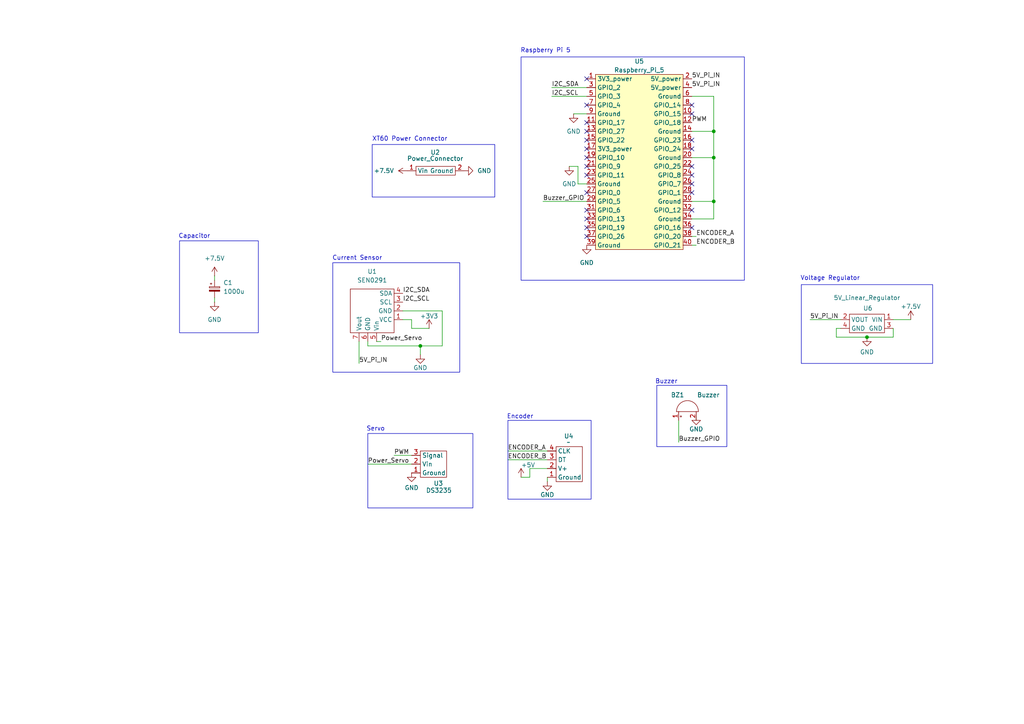
<source format=kicad_sch>
(kicad_sch (version 20250114) (generator "eeschema") (generator_version "9.0")
  (paper "A4")
  (lib_symbols
    (symbol "5vVoltageRegulator_1"
      (property "Reference" "U2" (at -0.254 0.762 0))
      (property "Value" "5V_Linear_Regulator" (at 0 3.81 0))
      (symbol "5vVoltageRegulator_1_0_1"
        (rectangle (start -5.08 -0.9525) (end 5.08 -6.35))
      )
      (symbol "5vVoltageRegulator_1_1_1"
        (pin power_in line (at -7.62 -2.54 0) (length 2.54) (name "VIN") (number "1"))
        (pin bidirectional line (at -7.62 -5.08 0) (length 2.54) (name "GND") (number "3"))
        (pin power_out line (at 7.62 -2.54 180) (length 2.54) (name "VOUT") (number "2"))
        (pin bidirectional line (at 7.62 -5.08 180) (length 2.54) (name "GND") (number "4"))
      )
    )
    (symbol "Device:Buzzer" (pin_names (offset 0.0254) (hide yes))
      (property "Reference" "BZ" (at 3.81 1.27 0))
      (property "Value" "Buzzer" (at 3.81 -1.27 0))
      (symbol "Buzzer_0_1"
        (polyline (pts (xy -1.651 1.905) (xy -1.143 1.905)))
        (polyline (pts (xy -1.397 2.159) (xy -1.397 1.651)))
        (arc (start 0 3.175) (mid 3.1612 0) (end 0 -3.175))
        (polyline (pts (xy 0 3.175) (xy 0 -3.175)))
      )
      (symbol "Buzzer_1_1"
        (pin passive line (at -2.54 2.54 0) (length 2.54) (name "+") (number "1"))
        (pin passive line (at -2.54 -2.54 0) (length 2.54) (name "-") (number "2"))
      )
    )
    (symbol "Device:C_Polarized_Small" (pin_numbers (hide yes)) (pin_names (offset 0.254) (hide yes))
      (property "Reference" "C" (at 0.254 1.778 0))
      (property "Value" "C_Polarized_Small" (at 0.254 -2.032 0))
      (symbol "C_Polarized_Small_0_1"
        (rectangle (start -1.524 0.6858) (end 1.524 0.3048))
        (rectangle (start -1.524 -0.3048) (end 1.524 -0.6858) (fill (type outline)))
        (polyline (pts (xy -1.27 1.524) (xy -0.762 1.524)))
        (polyline (pts (xy -1.016 1.27) (xy -1.016 1.778)))
      )
      (symbol "C_Polarized_Small_1_1"
        (pin passive line (at 0 2.54 270) (length 1.8542) (name "~") (number "1"))
        (pin passive line (at 0 -2.54 90) (length 1.8542) (name "~") (number "2"))
      )
    )
    (symbol "GloablCustomSymbols:Pi5-Pinout"
      (property "Reference" "U" (at -10.668 4.318 0))
      (symbol "Pi5-Pinout_1_1"
        (rectangle (start 0 0) (end 25.4 -50.8) (fill (type background)))
        (pin bidirectional line (at -2.54 -1.27 0) (length 2.54) (name "3V3_power") (number "1"))
        (pin bidirectional line (at -2.54 -3.81 0) (length 2.54) (name "GPIO_2") (number "3"))
        (pin bidirectional line (at -2.54 -6.35 0) (length 2.54) (name "GPIO_3") (number "5"))
        (pin bidirectional line (at -2.54 -8.89 0) (length 2.54) (name "GPIO_4") (number "7"))
        (pin bidirectional line (at -2.54 -11.43 0) (length 2.54) (name "Ground") (number "9"))
        (pin bidirectional line (at -2.54 -13.97 0) (length 2.54) (name "GPIO_17") (number "11"))
        (pin bidirectional line (at -2.54 -16.51 0) (length 2.54) (name "GPIO_27") (number "13"))
        (pin bidirectional line (at -2.54 -19.05 0) (length 2.54) (name "GPIO_22") (number "15"))
        (pin bidirectional line (at -2.54 -21.59 0) (length 2.54) (name "3V3_power") (number "17"))
        (pin bidirectional line (at -2.54 -24.13 0) (length 2.54) (name "GPIO_10") (number "19"))
        (pin bidirectional line (at -2.54 -26.67 0) (length 2.54) (name "GPIO_9") (number "21"))
        (pin bidirectional line (at -2.54 -29.21 0) (length 2.54) (name "GPIO_11") (number "23"))
        (pin bidirectional line (at -2.54 -31.75 0) (length 2.54) (name "Ground") (number "25"))
        (pin bidirectional line (at -2.54 -34.29 0) (length 2.54) (name "GPIO_0") (number "27"))
        (pin bidirectional line (at -2.54 -36.83 0) (length 2.54) (name "GPIO_5") (number "29"))
        (pin bidirectional line (at -2.54 -39.37 0) (length 2.54) (name "GPIO_6") (number "31"))
        (pin bidirectional line (at -2.54 -41.91 0) (length 2.54) (name "GPIO_13") (number "33"))
        (pin bidirectional line (at -2.54 -44.45 0) (length 2.54) (name "GPIO_19") (number "35"))
        (pin bidirectional line (at -2.54 -46.99 0) (length 2.54) (name "GPIO_26") (number "37"))
        (pin bidirectional line (at -2.54 -49.53 0) (length 2.54) (name "Ground") (number "39"))
        (pin bidirectional line (at 27.94 -1.27 180) (length 2.54) (name "5V_power") (number "2"))
        (pin bidirectional line (at 27.94 -3.81 180) (length 2.54) (name "5V_power") (number "4"))
        (pin bidirectional line (at 27.94 -6.35 180) (length 2.54) (name "Ground") (number "6"))
        (pin bidirectional line (at 27.94 -8.89 180) (length 2.54) (name "GPIO_14") (number "8"))
        (pin bidirectional line (at 27.94 -11.43 180) (length 2.54) (name "GPIO_15") (number "10"))
        (pin bidirectional line (at 27.94 -13.97 180) (length 2.54) (name "GPIO_18") (number "12"))
        (pin bidirectional line (at 27.94 -16.51 180) (length 2.54) (name "Ground") (number "14"))
        (pin bidirectional line (at 27.94 -19.05 180) (length 2.54) (name "GPIO_23") (number "16"))
        (pin bidirectional line (at 27.94 -21.59 180) (length 2.54) (name "GPIO_24") (number "18"))
        (pin bidirectional line (at 27.94 -24.13 180) (length 2.54) (name "Ground") (number "20"))
        (pin bidirectional line (at 27.94 -26.67 180) (length 2.54) (name "GPIO_25") (number "22"))
        (pin bidirectional line (at 27.94 -29.21 180) (length 2.54) (name "GPIO_8") (number "24"))
        (pin bidirectional line (at 27.94 -31.75 180) (length 2.54) (name "GPIO_7") (number "26"))
        (pin bidirectional line (at 27.94 -34.29 180) (length 2.54) (name "GPIO_1") (number "28"))
        (pin bidirectional line (at 27.94 -36.83 180) (length 2.54) (name "Ground") (number "30"))
        (pin bidirectional line (at 27.94 -39.37 180) (length 2.54) (name "GPIO_12") (number "32"))
        (pin bidirectional line (at 27.94 -41.91 180) (length 2.54) (name "Ground") (number "34"))
        (pin bidirectional line (at 27.94 -44.45 180) (length 2.54) (name "GPIO_16") (number "36"))
        (pin bidirectional line (at 27.94 -46.99 180) (length 2.54) (name "GPIO_20") (number "38"))
        (pin bidirectional line (at 27.94 -49.53 180) (length 2.54) (name "GPIO_21") (number "40"))
      )
    )
    (symbol "GloablCustomSymbols:RotaryEncoderPinHeader"
      (property "Reference" "U5" (at 11.43 -3.1749 0))
      (property "Value" "~" (at 11.43 -5.08 0))
      (symbol "RotaryEncoderPinHeader_0_1"
        (rectangle (start 0 0) (end 10.16 -7.62))
      )
      (symbol "RotaryEncoderPinHeader_1_1"
        (pin bidirectional line (at 1.27 2.54 270) (length 2.54) (name "Ground") (number "1"))
        (pin bidirectional line (at 3.81 2.54 270) (length 2.54) (name "V+") (number "2"))
        (pin bidirectional line (at 6.35 2.54 270) (length 2.54) (name "DT") (number "3"))
        (pin bidirectional line (at 8.89 2.54 270) (length 2.54) (name "CLK") (number "4"))
      )
    )
    (symbol "GloablCustomSymbols:ServoPinHeader"
      (property "Reference" "U4" (at 8.89 -3.1749 0))
      (property "Value" "~" (at 8.89 -5.08 0))
      (symbol "ServoPinHeader_0_1"
        (rectangle (start 0 0) (end 7.62 -7.62))
      )
      (symbol "ServoPinHeader_1_1"
        (pin bidirectional line (at 1.27 2.54 270) (length 2.54) (name "Ground") (number "1"))
        (pin bidirectional line (at 3.81 2.54 270) (length 2.54) (name "Vin") (number "2"))
        (pin bidirectional line (at 6.35 2.54 270) (length 2.54) (name "Signal") (number "3"))
      )
    )
    (symbol "PiHatComponents:CurrentSensor"
      (property "Reference" "U" (at 0 3.556 0))
      (symbol "CurrentSensor_0_1"
        (rectangle (start 0 0) (end 12.7 -12.7))
      )
      (symbol "CurrentSensor_1_1"
        (pin bidirectional line (at -2.54 -3.81 0) (length 2.54) (name "VCC") (number "1"))
        (pin bidirectional line (at -2.54 -6.35 0) (length 2.54) (name "GND") (number "2"))
        (pin bidirectional line (at -2.54 -8.89 0) (length 2.54) (name "SCL") (number "3"))
        (pin bidirectional line (at -2.54 -11.43 0) (length 2.54) (name "SDA") (number "4"))
        (pin bidirectional line (at 5.08 2.54 270) (length 2.54) (name "Vin") (number "5"))
        (pin bidirectional line (at 7.62 2.54 270) (length 2.54) (name "GND") (number "6"))
        (pin bidirectional line (at 10.16 2.54 270) (length 2.54) (name "Vout") (number "7"))
      )
    )
    (symbol "PiHatComponents:XT60"
      (property "Reference" "U" (at 0 1.778 0))
      (symbol "XT60_0_1"
        (rectangle (start 0 0) (end 11.43 -2.54))
      )
      (symbol "XT60_1_1"
        (pin bidirectional line (at -2.54 -1.27 0) (length 2.54) (name "Vin") (number "1"))
        (pin bidirectional line (at 13.97 -1.27 180) (length 2.54) (name "Ground") (number "2"))
      )
    )
    (symbol "power:+3V3" (power) (pin_numbers (hide yes)) (pin_names (offset 0) (hide yes))
      (property "Value" "+3V3" (at 0 3.556 0))
      (symbol "+3V3_0_1"
        (polyline (pts (xy -0.762 1.27) (xy 0 2.54)))
        (polyline (pts (xy 0 2.54) (xy 0.762 1.27)))
        (polyline (pts (xy 0 0) (xy 0 2.54)))
      )
      (symbol "+3V3_1_1"
        (pin power_in line (at 0 0 90) (length 0) (name "~") (number "1"))
      )
    )
    (symbol "power:+5V" (power) (pin_numbers (hide yes)) (pin_names (offset 0) (hide yes))
      (property "Value" "+5V" (at 0 3.556 0))
      (symbol "+5V_0_1"
        (polyline (pts (xy -0.762 1.27) (xy 0 2.54)))
        (polyline (pts (xy 0 2.54) (xy 0.762 1.27)))
        (polyline (pts (xy 0 0) (xy 0 2.54)))
      )
      (symbol "+5V_1_1"
        (pin power_in line (at 0 0 90) (length 0) (name "~") (number "1"))
      )
    )
    (symbol "power:+7.5V" (power) (pin_numbers (hide yes)) (pin_names (offset 0) (hide yes))
      (property "Value" "+7.5V" (at 0 3.556 0))
      (symbol "+7.5V_0_1"
        (polyline (pts (xy -0.762 1.27) (xy 0 2.54)))
        (polyline (pts (xy 0 2.54) (xy 0.762 1.27)))
        (polyline (pts (xy 0 0) (xy 0 2.54)))
      )
      (symbol "+7.5V_1_1"
        (pin power_in line (at 0 0 90) (length 0) (name "~") (number "1"))
      )
    )
    (symbol "power:GND" (power) (pin_numbers (hide yes)) (pin_names (offset 0) (hide yes))
      (property "Value" "GND" (at 0 -3.81 0))
      (symbol "GND_0_1"
        (polyline (pts (xy 0 0) (xy 0 -1.27) (xy 1.27 -1.27) (xy 0 -2.54) (xy -1.27 -1.27) (xy 0 -1.27)))
      )
      (symbol "GND_1_1"
        (pin power_in line (at 0 0 270) (length 0) (name "~") (number "1"))
      )
    )
  )
  (rectangle (start 107.95 41.91) (end 143.51 57.15))
  (rectangle (start 52.07 69.85) (end 74.93 96.52))
  (rectangle (start 190.5 111.76) (end 210.82 129.54))
  (rectangle (start 147.32 121.92) (end 171.45 144.78))
  (rectangle (start 232.41 82.55) (end 270.51 105.41))
  (rectangle (start 96.52 76.2) (end 133.35 107.95))
  (rectangle (start 106.68 125.73) (end 137.16 147.32))
  (rectangle (start 151.13 16.51) (end 215.9 81.28))
  (text "Capacitor" (at 56.388 68.58 0) (effects (font (size 1.27 1.27))))
  (text "Current Sensor" (at 103.632 74.93 0) (effects (font (size 1.27 1.27))))
  (text "Encoder" (at 150.876 120.904 0) (effects (font (size 1.27 1.27))))
  (text "XT60 Power Connector" (at 118.872 40.386 0) (effects (font (size 1.27 1.27))))
  (text "Buzzer" (at 193.294 110.744 0) (effects (font (size 1.27 1.27))))
  (text "Raspberry Pi 5" (at 158.242 14.732 0) (effects (font (size 1.27 1.27))))
  (text "Servo" (at 108.966 124.46 0) (effects (font (size 1.27 1.27))))
  (text "Voltage Regulator" (at 240.792 80.772 0) (effects (font (size 1.27 1.27))))
  (junction (at 251.46 97.79))
  (junction (at 207.01 45.72))
  (junction (at 207.01 58.42))
  (junction (at 121.92 100.33))
  (junction (at 207.01 38.1))
  (no_connect (at 170.18 60.96))
  (no_connect (at 170.18 66.04))
  (no_connect (at 170.18 40.64))
  (no_connect (at 170.18 55.88))
  (no_connect (at 200.66 66.04))
  (no_connect (at 200.66 50.8))
  (no_connect (at 200.66 55.88))
  (no_connect (at 200.66 48.26))
  (no_connect (at 170.18 48.26))
  (no_connect (at 170.18 63.5))
  (no_connect (at 170.18 43.18))
  (no_connect (at 200.66 43.18))
  (no_connect (at 170.18 50.8))
  (no_connect (at 170.18 38.1))
  (no_connect (at 200.66 40.64))
  (no_connect (at 170.18 30.48))
  (no_connect (at 200.66 53.34))
  (no_connect (at 170.18 68.58))
  (no_connect (at 200.66 33.02))
  (no_connect (at 170.18 45.72))
  (no_connect (at 170.18 35.56))
  (no_connect (at 200.66 60.96))
  (no_connect (at 170.18 22.86))
  (no_connect (at 200.66 30.48))
  (wire (pts (xy 119.38 95.25) (xy 124.46 95.25)))
  (wire (pts (xy 158.75 138.43) (xy 158.75 139.7)))
  (wire (pts (xy 121.92 102.87) (xy 121.92 100.33)))
  (wire (pts (xy 153.67 135.89) (xy 158.75 135.89)))
  (wire (pts (xy 106.68 134.62) (xy 119.38 134.62)))
  (wire (pts (xy 158.75 133.35) (xy 147.32 133.35)))
  (wire (pts (xy 110.49 99.06) (xy 109.22 99.06)))
  (wire (pts (xy 200.66 38.1) (xy 207.01 38.1)))
  (wire (pts (xy 251.46 97.79) (xy 242.57 97.79)))
  (wire (pts (xy 201.93 71.12) (xy 200.66 71.12)))
  (wire (pts (xy 207.01 45.72) (xy 207.01 58.42)))
  (wire (pts (xy 153.67 138.43) (xy 153.67 135.89)))
  (wire (pts (xy 207.01 38.1) (xy 207.01 45.72)))
  (wire (pts (xy 259.08 97.79) (xy 251.46 97.79)))
  (wire (pts (xy 116.84 90.17) (xy 128.27 90.17)))
  (wire (pts (xy 62.23 86.36) (xy 62.23 87.63)))
  (wire (pts (xy 259.08 92.71) (xy 264.16 92.71)))
  (wire (pts (xy 243.84 95.25) (xy 242.57 95.25)))
  (wire (pts (xy 121.92 100.33) (xy 128.27 100.33)))
  (wire (pts (xy 157.48 58.42) (xy 170.18 58.42)))
  (wire (pts (xy 207.01 58.42) (xy 200.66 58.42)))
  (wire (pts (xy 165.1 48.26) (xy 167.64 48.26)))
  (wire (pts (xy 200.66 27.94) (xy 207.01 27.94)))
  (wire (pts (xy 234.95 92.71) (xy 243.84 92.71)))
  (wire (pts (xy 166.37 33.02) (xy 170.18 33.02)))
  (wire (pts (xy 121.92 100.33) (xy 106.68 100.33)))
  (wire (pts (xy 201.93 120.65) (xy 201.93 121.92)))
  (wire (pts (xy 242.57 95.25) (xy 242.57 97.79)))
  (wire (pts (xy 200.66 45.72) (xy 207.01 45.72)))
  (wire (pts (xy 151.13 138.43) (xy 153.67 138.43)))
  (wire (pts (xy 167.64 53.34) (xy 170.18 53.34)))
  (wire (pts (xy 196.85 128.27) (xy 196.85 121.92)))
  (wire (pts (xy 207.01 63.5) (xy 200.66 63.5)))
  (wire (pts (xy 106.68 100.33) (xy 106.68 99.06)))
  (wire (pts (xy 167.64 48.26) (xy 167.64 53.34)))
  (wire (pts (xy 160.02 27.94) (xy 170.18 27.94)))
  (wire (pts (xy 201.93 68.58) (xy 200.66 68.58)))
  (wire (pts (xy 259.08 95.25) (xy 259.08 97.79)))
  (wire (pts (xy 114.3 132.08) (xy 119.38 132.08)))
  (wire (pts (xy 207.01 58.42) (xy 207.01 63.5)))
  (wire (pts (xy 158.75 130.81) (xy 147.32 130.81)))
  (wire (pts (xy 160.02 25.4) (xy 170.18 25.4)))
  (wire (pts (xy 207.01 27.94) (xy 207.01 38.1)))
  (wire (pts (xy 119.38 92.71) (xy 116.84 92.71)))
  (wire (pts (xy 104.14 99.06) (xy 104.14 105.41)))
  (wire (pts (xy 62.23 80.01) (xy 62.23 81.28)))
  (wire (pts (xy 119.38 95.25) (xy 119.38 92.71)))
  (wire (pts (xy 128.27 90.17) (xy 128.27 100.33)))
  (label "I2C_SCL" (at 116.84 87.63 0))
  (label "ENCODER_A" (at 147.32 130.81 0))
  (label "ENCODER_A" (at 201.93 68.58 0))
  (label "5V_Pi_IN" (at 200.66 22.86 0))
  (label "I2C_SDA" (at 116.84 85.09 0))
  (label "5V_Pi_IN" (at 200.66 25.4 0))
  (label "I2C_SCL" (at 160.02 27.94 0))
  (label "5V_Pi_IN" (at 234.95 92.71 0))
  (label "Buzzer_GPIO" (at 196.85 128.27 0))
  (label "5V_Pi_IN" (at 104.14 105.41 0))
  (label "PWM" (at 114.3 132.08 0))
  (label "Power_Servo" (at 106.68 134.62 0))
  (label "Power_Servo" (at 110.49 99.06 0))
  (label "Buzzer_GPIO" (at 157.48 58.42 0))
  (label "PWM" (at 200.66 35.56 0))
  (label "ENCODER_B" (at 201.93 71.12 0))
  (label "I2C_SDA" (at 160.02 25.4 0))
  (label "ENCODER_B" (at 147.32 133.35 0))
  (symbol (lib_id "power:+7.5V") (at 118.11 49.53 90) (unit 1)
    (property "Reference" "#PWR03" (effects (hide yes)))
    (property "Value" "+7.5V" (at 114.3 49.5299 90) (effects (justify left)))
    (property "Description" "Power symbol creates a global label with name \"+7.5V\"" (effects (hide yes)))
  )
  (symbol (lib_id "PiHatComponents:CurrentSensor") (at 114.3 96.52 180) (unit 1)
    (property "Reference" "U1" (at 107.95 78.74 0))
    (property "Value" "SEN0291" (at 107.95 81.28 0))
    (property "Footprint" "pi_hat:CurrentSensor" (effects (hide yes)))
    (property "Datasheet" "https://mm.digikey.com/Volume0/opasdata/d220001/medias/docus/313/SEN0291_Web.pdf" (effects (hide yes)))
    (property "Description" "Current Sensor" (effects (hide yes)))
  )
  (symbol (lib_id "power:+3V3") (at 124.46 95.25 0) (unit 1)
    (property "Reference" "#PWR06" (effects (hide yes)))
    (property "Value" "+3V3" (at 124.46 91.694 0))
    (property "Description" "Power symbol creates a global label with name \"+3V3\"" (effects (hide yes)))
  )
  (symbol (lib_id "GloablCustomSymbols:ServoPinHeader") (at 121.92 138.43 90) (unit 1)
    (property "Reference" "U3" (at 128.524 140.208 90) (effects (justify left)))
    (property "Value" "DS3235" (at 131.064 142.24 90) (effects (justify left)))
    (property "Footprint" "pi_hat:Servo" (effects (hide yes)))
  )
  (symbol (lib_id "Device:Buzzer") (at 199.39 119.38 90) (unit 1)
    (property "Reference" "BZ1" (at 194.564 114.554 90) (effects (justify right)))
    (property "Value" "Buzzer" (at 202.184 114.554 90) (effects (justify right)))
    (property "Footprint" "Buzzer_Beeper:Buzzer_12x9.5RM7.6" (effects (hide yes)))
    (property "Description" "Buzzer, polarized" (effects (hide yes)))
  )
  (symbol (lib_id "power:GND") (at 121.92 102.87 0) (unit 1)
    (property "Reference" "#PWR05" (effects (hide yes)))
    (property "Value" "GND" (at 121.92 106.68 0))
    (property "Description" "Power symbol creates a global label with name \"GND\" , ground" (effects (hide yes)))
  )
  (symbol (lib_id "GloablCustomSymbols:RotaryEncoderPinHeader") (at 161.29 139.7 90) (unit 1)
    (property "Reference" "U4" (at 163.576 126.492 90) (effects (justify right)))
    (property "Value" "~" (at 164.338 128.27 90) (effects (justify right)))
    (property "Footprint" "pi_hat:Encoder" (effects (hide yes)))
  )
  (symbol (lib_id "power:GND") (at 201.93 120.65 0) (unit 1)
    (property "Reference" "#PWR013" (effects (hide yes)))
    (property "Value" "GND" (at 201.93 124.46 0))
    (property "Description" "Power symbol creates a global label with name \"GND\" , ground" (effects (hide yes)))
  )
  (symbol (lib_id "GloablCustomSymbols:Pi5-Pinout") (at 172.72 21.59 0) (unit 1)
    (property "Reference" "U5" (at 185.42 17.78 0))
    (property "Value" "Raspberry_Pi_5" (at 185.42 20.32 0))
    (property "Footprint" "Global_Custom_Library:Pi5Hat" (effects (hide yes)))
  )
  (symbol (lib_id "power:+7.5V") (at 62.23 80.01 0) (unit 1)
    (property "Reference" "#PWR01" (effects (hide yes)))
    (property "Value" "+7.5V" (at 62.23 74.93 0))
    (property "Description" "Power symbol creates a global label with name \"+7.5V\"" (effects (hide yes)))
  )
  (symbol (lib_id "power:GND") (at 170.18 71.12 0) (unit 1)
    (property "Reference" "#PWR012" (effects (hide yes)))
    (property "Value" "GND" (at 170.18 76.2 0))
    (property "Description" "Power symbol creates a global label with name \"GND\" , ground" (effects (hide yes)))
  )
  (symbol (lib_id "power:GND") (at 134.62 49.53 90) (unit 1)
    (property "Reference" "#PWR07" (effects (hide yes)))
    (property "Value" "GND" (at 138.43 49.5299 90) (effects (justify right)))
    (property "Description" "Power symbol creates a global label with name \"GND\" , ground" (effects (hide yes)))
  )
  (symbol (lib_id "power:GND") (at 158.75 139.7 0) (unit 1)
    (property "Reference" "#PWR09" (effects (hide yes)))
    (property "Value" "GND" (at 158.75 143.51 0))
    (property "Description" "Power symbol creates a global label with name \"GND\" , ground" (effects (hide yes)))
  )
  (symbol (lib_id "power:GND") (at 165.1 48.26 0) (unit 1)
    (property "Reference" "#PWR010" (effects (hide yes)))
    (property "Value" "GND" (at 165.1 53.34 0))
    (property "Description" "Power symbol creates a global label with name \"GND\" , ground" (effects (hide yes)))
  )
  (symbol (lib_id "power:+5V") (at 151.13 138.43 0) (unit 1)
    (property "Reference" "#PWR08" (effects (hide yes)))
    (property "Value" "+5V" (at 151.13 134.874 0) (effects (justify left)))
    (property "Description" "Power symbol creates a global label with name \"+5V\"" (effects (hide yes)))
  )
  (symbol (lib_id "Device:C_Polarized_Small") (at 62.23 83.82 0) (unit 1)
    (property "Reference" "C1" (at 64.77 82.0038 0) (effects (justify left)))
    (property "Value" "1000u" (at 64.77 84.5438 0) (effects (justify left)))
    (property "Footprint" "pi_hat:BigCapacitor" (effects (hide yes)))
    (property "Description" "Polarized capacitor, small symbol" (effects (hide yes)))
  )
  (symbol (lib_id "power:GND") (at 251.46 97.79 0) (unit 1)
    (property "Reference" "#PWR014" (effects (hide yes)))
    (property "Value" "GND" (at 251.46 102.108 0))
    (property "Description" "Power symbol creates a global label with name \"GND\" , ground" (effects (hide yes)))
  )
  (symbol (lib_id "power:GND") (at 166.37 33.02 0) (unit 1)
    (property "Reference" "#PWR011" (effects (hide yes)))
    (property "Value" "GND" (at 166.37 38.1 0))
    (property "Description" "Power symbol creates a global label with name \"GND\" , ground" (effects (hide yes)))
  )
  (symbol (lib_id "PiHatComponents:XT60") (at 120.65 48.26 0) (unit 1)
    (property "Reference" "U2" (at 126.238 44.196 0))
    (property "Value" "Power_Connector" (at 126.238 45.974 0))
    (property "Footprint" "pi_hat:XT60" (effects (hide yes)))
  )
  (symbol (lib_id "power:+7.5V") (at 264.16 92.71 0) (unit 1)
    (property "Reference" "#PWR015" (effects (hide yes)))
    (property "Value" "+7.5V" (at 264.16 88.9 0))
    (property "Description" "Power symbol creates a global label with name \"+7.5V\"" (effects (hide yes)))
  )
  (symbol (lib_id "power:GND") (at 62.23 87.63 0) (unit 1)
    (property "Reference" "#PWR02" (effects (hide yes)))
    (property "Value" "GND" (at 62.23 92.71 0))
    (property "Description" "Power symbol creates a global label with name \"GND\" , ground" (effects (hide yes)))
  )
  (symbol (lib_name "5vVoltageRegulator_1") (lib_id "GloablCustomSymbols:5vVoltageRegulator") (at 251.46 90.17 0) (mirror y) (unit 1)
    (property "Reference" "U6" (at 251.714 89.408 0))
    (property "Value" "5V_Linear_Regulator" (at 251.46 86.36 0))
    (property "Footprint" "pi_hat:5vVoltageRegulator" (effects (hide yes)))
  )
  (symbol (lib_id "power:GND") (at 119.38 137.16 0) (unit 1)
    (property "Reference" "#PWR04" (effects (hide yes)))
    (property "Value" "GND" (at 119.38 141.478 0))
    (property "Description" "Power symbol creates a global label with name \"GND\" , ground" (effects (hide yes)))
  )
)
</source>
